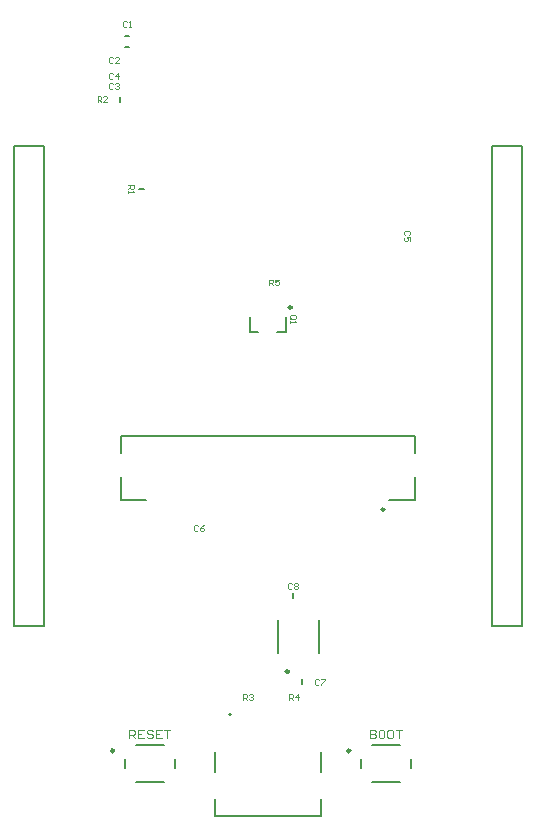
<source format=gto>
G04*
G04 #@! TF.GenerationSoftware,Altium Limited,Altium Designer,23.1.1 (15)*
G04*
G04 Layer_Color=65535*
%FSLAX44Y44*%
%MOMM*%
G71*
G04*
G04 #@! TF.SameCoordinates,7295AF94-9057-4BB6-BE4D-2D92AE26B948*
G04*
G04*
G04 #@! TF.FilePolarity,Positive*
G04*
G01*
G75*
%ADD10C,0.2500*%
%ADD11C,0.2000*%
%ADD12C,0.1500*%
%ADD13C,0.1270*%
%ADD14C,0.1250*%
D10*
X1045250Y821000D02*
G03*
X1045250Y821000I-1250J0D01*
G01*
X1042750Y512523D02*
G03*
X1042750Y512523I-1250J0D01*
G01*
X1123750Y649750D02*
G03*
X1123750Y649750I-1250J0D01*
G01*
X894750Y445500D02*
G03*
X894750Y445500I-1250J0D01*
G01*
X1094750D02*
G03*
X1094750Y445500I-1250J0D01*
G01*
D11*
X994000Y476000D02*
G03*
X994000Y476000I-1000J0D01*
G01*
X1009500Y800000D02*
X1017000D01*
X1009500D02*
Y813000D01*
X1033000Y800000D02*
X1040500D01*
Y813000D01*
X1033500Y528064D02*
Y556064D01*
X1068500Y528064D02*
Y556064D01*
X810050Y551550D02*
Y957950D01*
X835450D01*
Y938900D02*
Y957950D01*
Y551550D02*
Y938900D01*
X810050Y551550D02*
X835450D01*
X1214550D02*
Y957950D01*
X1239950D01*
Y938900D02*
Y957950D01*
Y551550D02*
Y938900D01*
X1214550Y551550D02*
X1239950D01*
X1149500Y657750D02*
Y677000D01*
Y697500D02*
Y712250D01*
X900500D02*
X1149500D01*
X900500Y657750D02*
Y677000D01*
Y697500D02*
Y712250D01*
Y657750D02*
X922250D01*
X1127750D02*
X1149500D01*
X904000Y431000D02*
Y438500D01*
X913250Y418750D02*
X936750D01*
X946000Y431000D02*
Y438500D01*
X913250Y450750D02*
X936750D01*
X1104000Y431000D02*
Y438500D01*
X1113250Y418750D02*
X1136750D01*
X1146000Y431000D02*
Y438500D01*
X1113250Y450750D02*
X1136750D01*
X904500Y1041750D02*
X907500D01*
X904500Y1050250D02*
X907500D01*
D12*
X1046000Y575000D02*
Y579000D01*
X1054000Y502000D02*
Y506000D01*
X916000Y921000D02*
X920000D01*
X900000Y995000D02*
Y999000D01*
D13*
X980300Y390000D02*
X1069700D01*
X980300D02*
Y404300D01*
Y427700D02*
Y444500D01*
X1069700Y390000D02*
Y404300D01*
Y427700D02*
Y444500D01*
D14*
X907506Y456000D02*
Y463498D01*
X911254D01*
X912504Y462248D01*
Y459749D01*
X911254Y458499D01*
X907506D01*
X910005D02*
X912504Y456000D01*
X920002Y463498D02*
X915003D01*
Y456000D01*
X920002D01*
X915003Y459749D02*
X917503D01*
X927499Y462248D02*
X926250Y463498D01*
X923751D01*
X922501Y462248D01*
Y460998D01*
X923751Y459749D01*
X926250D01*
X927499Y458499D01*
Y457250D01*
X926250Y456000D01*
X923751D01*
X922501Y457250D01*
X934997Y463498D02*
X929998D01*
Y456000D01*
X934997D01*
X929998Y459749D02*
X932498D01*
X937496Y463498D02*
X942494D01*
X939995D01*
Y456000D01*
X1111254Y463498D02*
Y456000D01*
X1115003D01*
X1116253Y457250D01*
Y458499D01*
X1115003Y459749D01*
X1111254D01*
X1115003D01*
X1116253Y460998D01*
Y462248D01*
X1115003Y463498D01*
X1111254D01*
X1122501D02*
X1120002D01*
X1118752Y462248D01*
Y457250D01*
X1120002Y456000D01*
X1122501D01*
X1123750Y457250D01*
Y462248D01*
X1122501Y463498D01*
X1129998D02*
X1127499D01*
X1126250Y462248D01*
Y457250D01*
X1127499Y456000D01*
X1129998D01*
X1131248Y457250D01*
Y462248D01*
X1129998Y463498D01*
X1133747D02*
X1138746D01*
X1136246D01*
Y456000D01*
X1025835Y839501D02*
Y844499D01*
X1028334D01*
X1029167Y843666D01*
Y842000D01*
X1028334Y841167D01*
X1025835D01*
X1027501D02*
X1029167Y839501D01*
X1034165Y844499D02*
X1030833D01*
Y842000D01*
X1032499Y842833D01*
X1033332D01*
X1034165Y842000D01*
Y840334D01*
X1033332Y839501D01*
X1031666D01*
X1030833Y840334D01*
X1044334Y811000D02*
X1047666D01*
X1048499Y811833D01*
Y813499D01*
X1047666Y814332D01*
X1044334D01*
X1043501Y813499D01*
Y811833D01*
X1045167Y812666D02*
X1043501Y811000D01*
Y811833D02*
X1044334Y811000D01*
X1043501Y809334D02*
Y807668D01*
Y808501D01*
X1048499D01*
X1047666Y809334D01*
X1045167Y586666D02*
X1044334Y587499D01*
X1042668D01*
X1041835Y586666D01*
Y583334D01*
X1042668Y582501D01*
X1044334D01*
X1045167Y583334D01*
X1046833Y586666D02*
X1047666Y587499D01*
X1049332D01*
X1050165Y586666D01*
Y585833D01*
X1049332Y585000D01*
X1050165Y584167D01*
Y583334D01*
X1049332Y582501D01*
X1047666D01*
X1046833Y583334D01*
Y584167D01*
X1047666Y585000D01*
X1046833Y585833D01*
Y586666D01*
X1047666Y585000D02*
X1049332D01*
X1068167Y505666D02*
X1067334Y506499D01*
X1065668D01*
X1064835Y505666D01*
Y502334D01*
X1065668Y501501D01*
X1067334D01*
X1068167Y502334D01*
X1069833Y506499D02*
X1073165D01*
Y505666D01*
X1069833Y502334D01*
Y501501D01*
X966167Y635666D02*
X965334Y636499D01*
X963668D01*
X962835Y635666D01*
Y632334D01*
X963668Y631501D01*
X965334D01*
X966167Y632334D01*
X971165Y636499D02*
X969499Y635666D01*
X967833Y634000D01*
Y632334D01*
X968666Y631501D01*
X970332D01*
X971165Y632334D01*
Y633167D01*
X970332Y634000D01*
X967833D01*
X906000Y1062666D02*
X905167Y1063499D01*
X903501D01*
X902668Y1062666D01*
Y1059334D01*
X903501Y1058501D01*
X905167D01*
X906000Y1059334D01*
X907666Y1058501D02*
X909332D01*
X908499D01*
Y1063499D01*
X907666Y1062666D01*
X1042835Y488501D02*
Y493499D01*
X1045334D01*
X1046167Y492666D01*
Y491000D01*
X1045334Y490167D01*
X1042835D01*
X1044501D02*
X1046167Y488501D01*
X1050332D02*
Y493499D01*
X1047833Y491000D01*
X1051165D01*
X1003835Y488501D02*
Y493499D01*
X1006334D01*
X1007167Y492666D01*
Y491000D01*
X1006334Y490167D01*
X1003835D01*
X1005501D02*
X1007167Y488501D01*
X1008833Y492666D02*
X1009666Y493499D01*
X1011332D01*
X1012165Y492666D01*
Y491833D01*
X1011332Y491000D01*
X1010499D01*
X1011332D01*
X1012165Y490167D01*
Y489334D01*
X1011332Y488501D01*
X1009666D01*
X1008833Y489334D01*
X880835Y994501D02*
Y999499D01*
X883334D01*
X884167Y998666D01*
Y997000D01*
X883334Y996167D01*
X880835D01*
X882501D02*
X884167Y994501D01*
X889165D02*
X885833D01*
X889165Y997833D01*
Y998666D01*
X888332Y999499D01*
X886666D01*
X885833Y998666D01*
X906501Y924332D02*
X911499D01*
Y921833D01*
X910666Y921000D01*
X909000D01*
X908167Y921833D01*
Y924332D01*
Y922666D02*
X906501Y921000D01*
Y919334D02*
Y917668D01*
Y918501D01*
X911499D01*
X910666Y919334D01*
X1144666Y881833D02*
X1145499Y882666D01*
Y884332D01*
X1144666Y885165D01*
X1141334D01*
X1140501Y884332D01*
Y882666D01*
X1141334Y881833D01*
X1145499Y876835D02*
Y880167D01*
X1143000D01*
X1143833Y878501D01*
Y877668D01*
X1143000Y876835D01*
X1141334D01*
X1140501Y877668D01*
Y879334D01*
X1141334Y880167D01*
X894167Y1018666D02*
X893334Y1019499D01*
X891668D01*
X890835Y1018666D01*
Y1015334D01*
X891668Y1014501D01*
X893334D01*
X894167Y1015334D01*
X898332Y1014501D02*
Y1019499D01*
X895833Y1017000D01*
X899165D01*
X894167Y1009666D02*
X893334Y1010499D01*
X891668D01*
X890835Y1009666D01*
Y1006334D01*
X891668Y1005501D01*
X893334D01*
X894167Y1006334D01*
X895833Y1009666D02*
X896666Y1010499D01*
X898332D01*
X899165Y1009666D01*
Y1008833D01*
X898332Y1008000D01*
X897499D01*
X898332D01*
X899165Y1007167D01*
Y1006334D01*
X898332Y1005501D01*
X896666D01*
X895833Y1006334D01*
X894167Y1031666D02*
X893334Y1032499D01*
X891668D01*
X890835Y1031666D01*
Y1028334D01*
X891668Y1027501D01*
X893334D01*
X894167Y1028334D01*
X899165Y1027501D02*
X895833D01*
X899165Y1030833D01*
Y1031666D01*
X898332Y1032499D01*
X896666D01*
X895833Y1031666D01*
M02*

</source>
